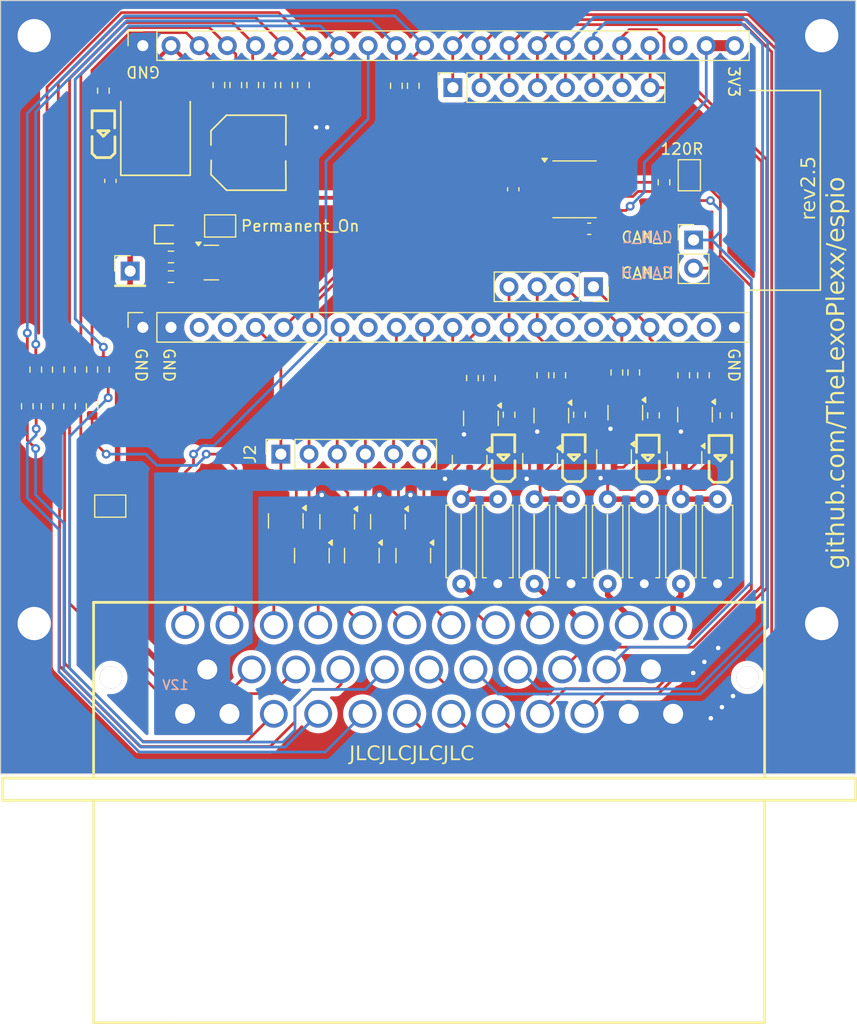
<source format=kicad_pcb>
(kicad_pcb (version 20241229) (generator "pcbnew") (generator_version "9.0")
  (layers (0 "F.Cu" signal) (2 "B.Cu" signal) (13 "F.Paste" user) (15 "B.Paste" user) (5 "F.SilkS" user "F.Silkscreen") (7 "B.SilkS" user "B.Silkscreen") (1 "F.Mask" user) (3 "B.Mask" user) (25 "Edge.Cuts" user))
  (net 0 "")
  (net 1 "+3V3")
  (net 2 "GND")
  (net 3 "+5V")
  (net 4 "CAN_L")
  (net 5 "CAN_H")
  (net 6 "Net-(Q1-C)")
  (net 7 "Net-(Q1-B)")
  (net 8 "+12V")
  (net 9 "Net-(Q3-C)")
  (net 10 "Net-(Q3-B)")
  (net 11 "Net-(Q5-B)")
  (net 12 "Net-(Q5-C)")
  (net 13 "Net-(JP1-B)")
  (net 14 "Net-(Q7-C)")
  (net 15 "Net-(Q7-B)")
  (net 16 "OUT_1")
  (net 17 "CAN_RX")
  (net 18 "CAN_TX")
  (net 19 "Net-(J2-Pin_6)")
  (net 20 "I2C0_SDA")
  (net 21 "I2C0_SCL")
  (net 22 "/SwitchingNode4/SN_IN")
  (net 25 "/SwitchingNode2/SN_IN")
  (net 26 "/SwitchingNode3/SN_IN")
  (net 27 "/SwitchingNode1/SN_IN")
  (net 29 "/Spannungsteiler8/IN_MEAS")
  (net 30 "I_9")
  (net 31 "I_10")
  (net 32 "I_1")
  (net 33 "I_2")
  (net 34 "I_8")
  (net 35 "I_3")
  (net 36 "I_4")
  (net 37 "Net-(D2-A)")
  (net 39 "ABS_INPUT_VR_2")
  (net 40 "ABS_INPUT_HR_2")
  (net 41 "ABS_INPUT_HR_1")
  (net 42 "ABS_INPUT_VL_1")
  (net 43 "ABS_INPUT_HL_2")
  (net 44 "ABS_INPUT_VL_2")
  (net 45 "ABS_INPUT_HL_1")
  (net 46 "ABS_INPUT_VR_1")
  (net 47 "Net-(J2-Pin_5)")
  (net 48 "Net-(J2-Pin_3)")
  (net 49 "Net-(J2-Pin_2)")
  (net 50 "Net-(J2-Pin_1)")
  (net 51 "Net-(J2-Pin_4)")
  (net 53 "/12_12V_OUT")
  (net 54 "/11_12V_OUT")
  (net 55 "/10_12V_OUT")
  (net 56 "/9_12V_OUT")
  (net 57 "/7_PULL_DOWN")
  (net 58 "/6_PULL_DOWN")
  (net 59 "/8_PULL_DOWN")
  (net 60 "/4_PULL_DOWN")
  (net 61 "/3_PULL_DOWN")
  (net 62 "/5_PULL_DOWN")
  (net 63 "unconnected-(U3-19-Pad3)")
  (net 64 "Net-(JP3-B)")
  (net 65 "Net-(Q16-E)")
  (net 66 "/Spannungsteiler7/IN_MEAS")
  (net 67 "/Spannungsteiler6/IN_MEAS")
  (net 68 "/Spannungsteiler3/IN_MEAS")
  (net 69 "/Spannungsteiler1/IN_MEAS")
  (net 70 "/Spannungsteiler2/IN_MEAS")
  (net 71 "/Spannungsteiler5/IN_MEAS")
  (net 72 "/Spannungsteiler4/IN_MEAS")
  (net 73 "Net-(LED1-A)")
  (net 74 "Net-(LED2-A)")
  (net 75 "Net-(LED3-A)")
  (net 76 "Net-(LED4-A)")
  (net 77 "Net-(LED5-A)")
  (net 78 "Net-(Q2-D)")
  (net 79 "Net-(Q4-D)")
  (net 80 "Net-(Q6-D)")
  (net 81 "Net-(Q8-D)")
  (net 82 "I_6")
  (net 83 "unconnected-(U3-20-Pad4)")
  (footprint "Resistor_SMD:R_0603_1608Metric" (layer "F.Cu") (at 128.27 76.454 -90)
    (property "Reference" "R28" (hide yes))
    (property "Value" "750R" (hide yes))
  )
  (footprint "Resistor_SMD:R_0603_1608Metric" (layer "F.Cu") (at 123.698 76.454 -90)
    (property "Reference" "R24" (hide yes))
    (property "Value" "750R" (hide yes))
  )
  (footprint "Resistor_SMD:R_0603_1608Metric" (layer "F.Cu") (at 109.22 105.41 90)
    (property "Reference" "R14" (hide yes))
    (property "Value" "3k" (hide yes))
  )
  (footprint "Package_TO_SOT_SMD:SOT-23" (layer "F.Cu") (at 126.68 115.7455 -90)
    (property "Reference" "Q13" (hide yes))
    (property "Value" "BC817" (hide yes))
  )
  (footprint "Resistor_SMD:R_0603_1608Metric" (layer "F.Cu") (at 166.37 106.235 90)
    (property "Reference" "R13" (hide yes))
    (property "Value" "2k4" (hide yes))
  )
  (footprint "Connector_PinSocket_2.54mm:PinSocket_1x06_P2.54mm_Vertical" (layer "F.Cu") (at 126.238 109.728 90)
    (property "Reference" "J2")
    (property "Value" "Conn_01x07")
  )
  (footprint "lcsc:CONN-TH_35P-P4.00_K776180WR-2" (layer "F.Cu") (at 139.602 129.14)
    (property "Reference" "U6" (hide yes))
    (property "Value" "K776180WR-1" (hide yes))
  )
  (footprint "Package_TO_SOT_SMD:SOT-23" (layer "F.Cu") (at 149.606 110.3145 -90)
    (property "Reference" "Q6" (hide yes))
    (property "Value" "IRLML6402" (hide yes))
  )
  (footprint "Resistor_THT:R_Axial_DIN0207_L6.3mm_D2.5mm_P7.62mm_Horizontal" (layer "F.Cu") (at 159.004 121.412 90)
    (property "Reference" "R5" (hide yes))
    (property "Value" "DNP" (hide yes))
  )
  (footprint "Package_TO_SOT_SMD:SOT-23" (layer "F.Cu") (at 131.318 115.824 -90)
    (property "Reference" "Q15" (hide yes))
    (property "Value" "BC817" (hide yes))
  )
  (footprint "Package_TO_SOT_SMD:SOT-23" (layer "F.Cu") (at 135.89 115.824 -90)
    (property "Reference" "Q9" (hide yes))
    (property "Value" "BC817" (hide yes))
  )
  (footprint "Package_SO:SOIC-8_3.9x4.9mm_P1.27mm" (layer "F.Cu") (at 152.716 85.854)
    (property "Reference" "U1" (hide yes))
    (property "Value" "MCP2562-E-SN" (hide yes))
  )
  (footprint "Resistor_SMD:R_0603_1608Metric" (layer "F.Cu") (at 145.034 102.87 -90)
    (property "Reference" "R20" (hide yes))
    (property "Value" "1k" (hide yes))
  )
  (footprint "Resistor_SMD:R_0603_1608Metric" (layer "F.Cu") (at 136.652 76.517 -90)
    (property "Reference" "R36" (hide yes))
    (property "Value" "750R" (hide yes))
  )
  (footprint "Connector_PinSocket_2.54mm:PinSocket_1x22_P2.54mm_Vertical" (layer "F.Cu") (at 113.792 98.298 90)
    (property "Reference" "U3" (hide yes))
    (property "Value" "~" (hide yes))
  )
  (footprint "Resistor_SMD:R_0603_1608Metric" (layer "F.Cu") (at 110.236 76.962 -90)
    (property "Reference" "R39" (hide yes))
    (property "Value" "470" (hide yes))
  )
  (footprint "Package_TO_SOT_SMD:SOT-23" (layer "F.Cu") (at 133.538 118.872 -90)
    (property "Reference" "Q10" (hide yes))
    (property "Value" "BC817" (hide yes))
  )
  (footprint "Resistor_SMD:R_0603_1608Metric" (layer "F.Cu") (at 126.746 76.454 -90)
    (property "Reference" "R26" (hide yes))
    (property "Value" "750R" (hide yes))
  )
  (footprint "Resistor_SMD:R_0603_1608Metric" (layer "F.Cu") (at 143.51 102.87 90)
    (property "Reference" "R32" (hide yes))
    (property "Value" "10k" (hide yes))
  )
  (footprint "lcsc:SOD-80_L3.5-W1.5-RD" (layer "F.Cu") (at 115.697 89.918)
    (property "Reference" "D2" (hide yes))
    (property "Value" "BZV55C15_C545332" (hide yes))
  )
  (footprint "lcsc:LED0805-R-RD" (layer "F.Cu") (at 110.236 80.772 90)
    (property "Reference" "LED5" (hide yes))
    (property "Value" "0805G (Green)" (hide yes))
  )
  (footprint "Resistor_SMD:R_0603_1608Metric" (layer "F.Cu") (at 138.176 76.517 -90)
    (property "Reference" "R34" (hide yes))
    (property "Value" "750R" (hide yes))
  )
  (footprint "Package_TO_SOT_SMD:SOT-23" (layer "F.Cu") (at 157.292 105.9965 -90)
    (property "Reference" "Q3" (hide yes))
    (property "Value" "BC817" (hide yes))
  )
  (footprint "Resistor_THT:R_Axial_DIN0207_L6.3mm_D2.5mm_P7.62mm_Horizontal" (layer "F.Cu") (at 142.494 121.412 90)
    (property "Reference" "R11" (hide yes))
    (property "Value" "DNP" (hide yes))
  )
  (footprint "Package_TO_SOT_SMD:SOT-23" (layer "F.Cu") (at 156.276 109.982 -90)
    (property "Reference" "Q4" (hide yes))
    (property "Value" "IRLML6402" (hide yes))
  )
  (footprint "Resistor_SMD:R_0603_1608Metric" (layer "F.Cu") (at 122.174 76.454 -90)
    (property "Reference" "R22" (hide yes))
    (property "Value" "750R" (hide yes))
  )
  (footprint "Resistor_SMD:R_0603_1608Metric" (layer "F.Cu") (at 104.14 102.108 90)
    (property "Reference" "R35" (hide yes))
    (property "Value" "3k" (hide yes))
  )
  (footprint "Resistor_SMD:R_0603_1608Metric" (layer "F.Cu") (at 160.779 85.219 -90)
    (property "Reference" "R63" (hide yes))
    (property "Value" "120R" (hide yes))
  )
  (footprint "Resistor_THT:R_Axial_DIN0207_L6.3mm_D2.5mm_P7.62mm_Horizontal" (layer "F.Cu") (at 162.306 121.412 90)
    (property "Reference" "R8" (hide yes))
    (property "Value" "DNP" (hide yes))
  )
  (footprint "Resistor_SMD:R_0603_1608Metric" (layer "F.Cu") (at 116.333 93.728 180)
    (property "Reference" "R3" (hide yes))
    (property "Value" "1k" (hide yes))
  )
  (footprint "Resistor_SMD:R_0603_1608Metric" (layer "F.Cu") (at 116.333 91.95)
    (property "Reference" "R2" (hide yes))
    (property "Value" "4k" (hide yes))
  )
  (footprint "Resistor_SMD:R_0603_1608Metric" (layer "F.Cu") (at 151.384 102.616 -90)
    (property "Reference" "R19" (hide yes))
    (property "Value" "1k" (hide yes))
  )
  (footprint "Connector_PinHeader_2.54mm:PinHeader_1x01_P2.54mm_Vertical" (layer "F.Cu") (at 112.649 93.22)
    (property "Reference" "J4" (hide yes))
    (property "Value" "Conn_01x01" (hide yes))
  )
  (footprint "Connector_PinSocket_2.54mm:PinSocket_1x22_P2.54mm_Vertical" (layer "F.Cu") (at 113.792 72.9 90)
    (property "Reference" "U2" (hide yes))
    (property "Value" "~" (hide yes))
  )
  (footprint "Package_TO_SOT_SMD:SOT-23" (layer "F.Cu") (at 143.256 110.49 -90)
    (property "Reference" "Q8" (hide yes))
    (property "Value" "IRLML6402" (hide yes))
  )
  (footprint "Jumper:SolderJumper-2_P1.3mm_Open_Pad1.0x1.5mm" (layer "F.Cu") (at 110.856 114.412 180)
    (property "Reference" "JP2" (hide yes))
    (property "Value" "VCC_as_Pin_8" (hide yes))
  )
  (footprint "Connector_PinSocket_2.54mm:PinSocket_1x04_P2.54mm_Vertical" (layer "F.Cu") (at 154.422 94.64 -90)
    (property "Reference" "J6" (hide yes))
    (property "Value" "Conn_01x08" (hide yes))
  )
  (footprint "Resistor_THT:R_Axial_DIN0207_L6.3mm_D2.5mm_P7.62mm_Horizontal" (layer "F.Cu") (at 155.702 121.412 90)
    (property "Reference" "R9" (hide yes))
    (property "Value" "DNP" (hide yes))
  )
  (footprint "Resistor_SMD:R_0603_1608Metric" (layer "F.Cu") (at 146.812 106.172 90)
    (property "Reference" "R38" (hide yes))
    (property "Value" "2k4" (hide yes))
  )
  (footprint "Resistor_SMD:R_0603_1608Metric" (layer "F.Cu") (at 162.56 102.616 90)
    (property "Reference" "R29" (hide yes))
    (property "Value" "10k" (hide yes))
  )
  (footprint "Resistor_SMD:R_0603_1608Metric" (layer "F.Cu") (at 107.188 105.41 90)
    (property "Reference" "R23" (hide yes))
    (property "Value" "3k" (hide yes))
  )
  (footprint "Resistor_SMD:R_0603_1608Metric" (layer "F.Cu") (at 158.054 102.362 -90)
    (property "Reference" "R18" (hide yes))
    (property "Value" "1k" (hide yes))
  )
  (footprint "Resistor_SMD:R_0603_1608Metric" (layer "F.Cu") (at 106.172 102.108 90)
    (property "Reference" "R12" (hide yes))
    (property "Value" "3k" (hide yes))
  )
  (footprint "Resistor_THT:R_Axial_DIN0207_L6.3mm_D2.5mm_P7.62mm_Horizontal" (layer "F.Cu") (at 152.4 121.412 90)
    (property "Reference" "R6" (hide yes))
    (property "Value" "DNP" (hide yes))
  )
  (footprint "Package_TO_SOT_SMD:SOT-23" (layer "F.Cu") (at 119.9675 92.458)
    (property "Reference" "Q16" (hide yes))
    (property "Value" "BC817" (hide yes))
  )
  (footprint "Resistor_SMD:R_0603_1608Metric" (layer "F.Cu") (at 159.832 106.235 90)
    (property "Reference" "R16" (hide yes))
    (property "Value" "2k4" (hide yes))
  )
  (footprint "lcsc:LED0805-R-RD" (layer "F.Cu") (at 146.304 109.982 90)
    (property "Reference" "LED4" (hide yes))
    (property "Value" "0805G (Green)" (hide yes))
  )
  (footprint "Jumper:SolderJumper-2_P1.3mm_Open_Pad1.0x1.5mm" (layer "F.Cu") (at 163.065 84.584 90)
    (property "Reference" "JP1" (hide yes))
    (property "Value" "Jumper_2_Open" (hide yes))
  )
  (footprint "Package_TO_SOT_SMD:SOT-23" (layer "F.Cu") (at 144.272 106.5045 -90)
    (property "Reference" "Q7" (hide yes))
    (property "Value" "BC817" (hide yes))
  )
  (footprint "Resistor_SMD:R_0603_1608Metric" (layer "F.Cu") (at 156.53 102.362 90)
    (property "Reference" "R30" (hide yes))
    (property "Value" "10k" (hide yes))
  )
  (footprint "Jumper:SolderJumper-2_P1.3mm_Open_Pad1.0x1.5mm" (layer "F.Cu") (at 120.763 89.156 180)
    (property "Reference" "JP3" (hide yes))
    (property "Value" "Jumper_2_Open" (hide yes))
  )
  (footprint "Capacitor_SMD:C_0603_1608Metric" (layer "F.Cu") (at 110.871 85.092 90)
    (property "Reference" "C4" (hide yes))
    (property "Value" "0.1uF" (hide yes))
  )
  (footprint "lcsc:LED0805-R-RD" (layer "F.Cu") (at 165.862 110.045 90)
    (property "Reference" "LED1" (hide yes))
    (property "Value" "0805G (Green)" (hide yes))
  )
  (footprint "Connector_PinHeader_2.54mm:PinHeader_1x02_P2.54mm_Vertical" (layer "F.Cu") (at 163.449 90.421)
    (property "Reference" "J1" (hide yes))
    (property "Value" "Conn_Dbg_Header" (hide yes))
  )
  (footprint "Resistor_THT:R_Axial_DIN0207_L6.3mm_D2.5mm_P7.62mm_Horizontal" (layer "F.Cu") (at 145.796 121.412 90)
    (property "Reference" "R7" (hide yes))
    (property "Value" "DNP" (hide yes))
  )
  (footprint "Resistor_SMD:R_0603_1608Metric" (layer "F.Cu") (at 103.378 105.41 90)
    (property "Reference" "R33" (hide yes))
    (property "Value" "3k" (hide yes))
  )
  (footprint "Package_TO_SOT_SMD:SOT-23" (layer "F.Cu") (at 150.622 106.2505 -90)
    (property "Reference" "Q5" (hide yes))
    (property "Value" "BC817" (hide yes))
  )
  (footprint "Resistor_SMD:R_0603_1608Metric" (layer "F.Cu") (at 108.204 102.108 90)
    (property "Reference" "R21" (hide yes))
    (property "Value" "3k" (hide yes))
  )
  (footprint "lcsc:LED0805-R-RD" (layer "F.Cu") (at 152.654 109.982 90)
    (property "Reference" "LED3" (hide yes))
    (property "Value" "0805G (Green)" (hide yes))
  )
  (footprint "Resistor_SMD:R_0603_1608Metric" (layer "F.Cu") (at 125.222 76.454 -90)
    (property "Reference" "R17" (hide yes))
    (property "Value" "750R" (hide yes))
  )
  (footprint "Package_TO_SOT_SMD:SOT-23" (layer "F.Cu") (at 163.576 106.172 -90)
    (property "Reference" "Q1" (hide yes))
    (property "Value" "BC817" (hide yes))
  )
  (footprint "Package_TO_SOT_SMD:SOT-23" (layer "F.Cu") (at 138.176 118.872 -90)
    (property "Reference" "Q11" (hide yes))
    (property "Value" "BC817" (hide yes))
  )
  (footprint "Resistor_SMD:R_0603_1608Metric" (layer "F.Cu") (at 164.338 102.616 -90)
    (property "Reference" "R1" (hide yes))
    (property "Value" "1k" (hide yes))
  )
  (footprint "Resistor_SMD:R_0603_1608Metric" (layer "F.Cu") (at 149.86 102.616 90)
    (property "Reference" "R31" (hide yes))
    (property "Value" "10k" (hide yes))
  )
  (footprint "lcsc:PPAK-5_L6.5-W6.1-P1.27-LS10.0-TL" (layer "F.Cu") (at 114.935 82.679 90)
    (property "Reference" "U5" (hide yes))
    (property "Value" "LF50CPT-TR" (hide yes))
  )
  (footprint "Resistor_SMD:R_0603_1608Metric" (layer "F.Cu") (at 153.162 106.172 90)
    (property "Reference" "R37" (hide yes))
    (property "Value" "2k4" (hide yes))
  )
  (footprint "Resistor_SMD:R_0603_1608Metric" (layer "F.Cu") (at 110.236 102.108 90)
    (property "Reference" "R27" (hide yes))
    (property "Value" "3k" (hide yes))
  )
  (footprint "Capacitor_SMD:C_0603_1608Metric" (layer "F.Cu") (at 147.19 85.846 90)
    (property "Reference" "C2" (hide yes))
    (property "Value" "0.1uF")
  )
  (footprint "Package_TO_SOT_SMD:SOT-23" (layer "F.Cu") (at 162.626 110.1575 -90)
    (property "Reference" "Q2" (hide yes))
    (property "Value" "IRLML6402" (hide yes))
  )
  (footprint "Capacitor_SMD:C_0603_1608Metric" (layer "F.Cu") (at 154.038 89.41 180)
    (property "Reference" "C1" (hide yes))
    (property "Value" "0.1uF" (hide yes))
  )
  (footprint "Resistor_THT:R_Axial_DIN0207_L6.3mm_D2.5mm_P7.62mm_Horizontal" (layer "F.Cu") (at 165.608 121.412 90)
    (property "Reference" "R4" (hide yes))
    (property "Value" "DNP" (hide yes))
  )
  (footprint "Package_TO_SOT_SMD:SOT-23" (layer "F.Cu") (at 129.032 118.872 -90)
    (property "Reference" "Q12" (hide yes))
    (property "Value" "BC817" (hide yes))
  )
  (footprint "Resistor_SMD:R_0603_1608Metric" (layer "F.Cu") (at 120.65 76.454 -90)
    (property "Reference" "R15" (hide yes))
    (property "Value" "750R" (hide yes))
  )
  (footprint "Resistor_THT:R_Axial_DIN0207_L6.3mm_D2.5mm_P7.62mm_Horizontal" (layer "F.Cu") (at 149.098 121.412 90)
    (property "Reference" "R10" (hide yes))
    (property "Value" "DNP" (hide yes))
  )
  (footprint "lcsc:LED0805-R-RD" (layer "F.Cu") (at 159.324 110.016 90)
    (property "Reference" "LED2" (hide yes))
    (property "Value" "0805G (Green)" (hide yes))
  )
  (footprint "Resistor_SMD:R_0603_1608Metric" (layer "F.Cu") (at 105.156 105.41 90)
    (property "Reference" "R25" (hide yes))
    (property "Value" "3k" (hide yes))
  )
  (footprint "Connector_PinSocket_2.54mm:PinSocket_1x08_P2.54mm_Vertical" (layer "F.Cu") (at 141.747 76.683 90)
    (property "Reference" "J3" (hide yes))
    (property "Value" "Conn_01x08" (hide yes))
  )
  (footprint "lcsc:CAP-SMD_BD6.3-L6.6-W6.6-FD" (layer "F.Cu") (at 123.317 82.552)
    (property "Reference" "C3" (hide yes))
    (property "Value" "RVT2A2R2M0605_C335981" (hide yes))
  )
  (gr_line (start 155.6766 115.1838) (end 155.6766 120.0202) (stroke (width 0.15)) (layer "F.SilkS"))
  (gr_line (start 142.494 115.1636) (end 142.494 120) (stroke (width 0.15)) (layer "F.SilkS"))
  (gr_line (start 162.306 115.1838) (end 162.306 120.0202) (stroke (width 0.15)) (layer "F.SilkS"))
  (gr_line (start 168.525 94.946) (end 174.875 94.946) (stroke (width 0.15)) (layer "F.SilkS"))
  (gr_line (start 168.525 76.946) (end 174.875 76.946) (stroke (width 0.15)) (layer "F.SilkS"))
  (gr_line (start 174.875 76.946) (end 174.875 94.946) (stroke (width 0.15)) (layer "F.SilkS"))
  (gr_line (start 149.0726 115.1838) (end 149.0726 120.0202) (stroke (width 0.15)) (layer "F.SilkS"))
  (gr_line (start 100.965 138.557) (end 100.965 68.834) (stroke (width 0.1)) (layer "Edge.Cuts"))
  (gr_line (start 100.965 68.834) (end 178.054 68.834) (stroke (width 0.1)) (layer "Edge.Cuts"))
  (gr_line (start 178.054 68.834) (end 178.054 138.557) (stroke (width 0.1)) (layer "Edge.Cuts"))
  (gr_line (start 178.054 138.557) (end 100.965 138.557) (stroke (width 0.1)) (layer "Edge.Cuts"))
  (gr_text "GND" (at 166.497 100.076 270) (layer "F.SilkS") (effects (font (size 1 1)) (justify left bottom)))
  (gr_text "Permanent_On" (at 122.555 89.156 0) (layer "F.SilkS") (effects (font (size 1 1)) (justify left)))
  (gr_text "GND" (at 115.57 100.076 270) (layer "F.SilkS") (effects (font (size 1 1)) (justify left bottom)))
  (gr_text "GND" (at 115.443 74.678 180) (layer "F.SilkS") (effects (font (size 1 1)) (justify left bottom)))
  (gr_text "120R" (at 160.375 82.806 0) (layer "F.SilkS") (effects (font (size 1 1)) (justify left bottom)))
  (gr_text "github.com/TheLexoPlexx/espio" (at 177.292 120.142 90) (layer "F.SilkS") (effects (font (size 1.6 1.6) (thickness 0.2)) (justify left bottom)))
  (gr_text "GND" (at 113.0554 100.076 270) (layer "F.SilkS") (effects (font (size 1 1)) (justify left bottom)))
  (gr_text "JLCJLCJLCJLC" (at 132.402 137.54 0) (layer "F.SilkS") (effects (font (size 1.3 1.3)) (justify left bottom)))
  (gr_text "3V3" (at 166.497 74.676 270) (layer "F.SilkS") (effects (font (size 1 1)) (justify left bottom)))
  (gr_text "rev2.5" (at 174.625 88.648 90) (layer "F.SilkS") (effects (font (size 1.3 1.3)) (justify left bottom)))
  (gr_text "CAN_L\n\nCAN_H" (at 156.845 93.982 0) (layer "F.SilkS") (effects (font (size 1 1)) (justify left bottom)))
  (gr_text "CAN_L\n\nCAN_H" (at 161.671 93.982 0) (layer "B.SilkS") (effects (font (size 1 1)) (justify left bottom mirror)))
  (gr_text "12V" (at 118.002 131.04 0) (layer "B.SilkS") (effects (font (size 0.85 0.85)) (justify left bottom mirror)))
  (segment (start 155.308 87.876) (end 155.191 87.759) (width 0.25) (layer "F.Cu") (net 1))
  (segment (start 155.191 89.032) (end 154.813 89.41) (width 0.25) (layer "F.Cu") (net 1))
  (segment (start 157.35 87.759) (end 155.191 87.759) (width 0.25) (layer "F.Cu") (net 1))
  (segment (start 155.191 87.759) (end 155.191 89.032) (width 0.25) (layer "F.Cu") (net 1))
  (segment (start 157.731 87.378) (end 157.35 87.759) (width 0.25) (layer "F.Cu") (net 1))
  (segment (start 164.592 72.9) (end 167.132 72.9) (width 1) (layer "F.Cu") (net 1))
  (via (at 157.731 87.378) (size 0.8) (drill 0.4) (layers "F.Cu" "B.Cu") (net 1))
  (segment (start 159.001 86.108) (end 159.001 83.444) (width 0.25) (layer "B.Cu") (net 1))
  (segment (start 159.001 83.444) (end 164.592 77.853) (width 0.25) (layer "B.Cu") (net 1))
  (segment (start 157.731 87.378) (end 159.001 86.108) (width 0.25) (layer "B.Cu") (net 1))
  (segment (start 164.592 77.853) (end 164.592 72.9) (width 0.25) (layer "B.Cu") (net 1))
  (segment (start 165.354 131.892) (end 165.354 129.392) (width 0.65) (layer "F.Cu") (net 2))
  (segment (start 147.338 85.219) (end 147.19 85.071) (width 0.25) (layer "F.Cu") (net 2))
  (segment (start 164.211 130.249) (end 163.416653 129.454653) (width 0.65) (layer "F.Cu") (net 2))
  (segment (start 165.354 129.392) (end 164.416653 128.454653) (width 0.65) (layer "F.Cu") (net 2))
  (segment (start 165.002 133.54) (end 164.211 132.749) (width 0.65) (layer "F.Cu") (net 2))
  (segment (start 164.211 132.749) (end 164.211 130.249) (width 0.65) (layer "F.Cu") (net 2))
  (segment (start 166.497 128.035) (end 166.497 131.035) (width 0.65) (layer "F.Cu") (net 2))
  (segment (start 166.002 132.54) (end 165.354 131.892) (width 0.65) (layer "F.Cu") (net 2))
  (segment (start 150.241 85.219) (end 147.338 85.219) (width 0.25) (layer "F.Cu") (net 2))
  (segment (start 147.203 85.219) (end 147.19 85.206) (width 0.25) (layer "F.Cu") (net 2))
  (segment (start 166.497 131.035) (end 167.002 131.54) (width 0.65) (layer "F.Cu") (net 2))
  (segment (start 165.666653 127.204653) (end 166.497 128.035) (width 0.65) (layer "F.Cu") (net 2))
  (via (at 130.413 80.266) (size 0.8) (drill 0.4) (layers "F.Cu" "B.Cu") (net 2))
  (via (at 162.306 107.696) (size 0.8) (drill 0.4) (layers "F.Cu" "B.Cu") (net 2))
  (via (at 165.002 133.54) (size 0.8) (drill 0.4) (layers "F.Cu" "B.Cu") (net 2))
  (via (at 155.956 107.442) (size 0.8) (drill 0.4) (layers "F.Cu" "B.Cu") (net 2))
  (via (at 164.416653 128.454653) (size 0.8) (drill 0.4) (layers "F.Cu" "B.Cu") (net 2))
  (via (at 137.922 113.411) (size 0.8) (drill 0.4) (layers "F.Cu" "B.Cu") (net 2))
  (via (at 165.666653 127.204653) (size 0.8) (drill 0.4) (layers "F.Cu" "B.Cu") (net 2))
  (via (at 104 72) (size 3.2) (drill 3) (layers "F.Cu" "B.Cu") (net 2))
  (via (at 142.748 107.95) (size 0.8) (drill 0.4) (layers "F.Cu" "B.Cu") (net 2))
  (via (at 129.921 113.411) (size 0.8) (drill 0.4) (layers "F.Cu" "B.Cu") (net 2))
  (via (at 166.002 132.54) (size 0.8) (drill 0.4) (layers "F.Cu" "B.Cu") (net 2))
  (via (at 175 72) (size 3.2) (drill 3) (layers "F.Cu" "B.Cu") (net 2))
  (via (at 135.128 113.411) (size 0.8) (drill 0.4) (layers "F.Cu" "B.Cu") (net 2))
  (via (at 167.002 131.54) (size 0.8) (drill 0.4) (layers "F.Cu" "B.Cu") (net 2))
  (via (at 104 125) (size 3.2) (drill 3) (layers "F.Cu" "B.Cu") (net 2))
  (via (at 175 125) (size 3.2) (drill 3) (layers "F.Cu" "B.Cu") (net 2))
  (via (at 129.413 80.266) (size 0.8) (drill 0.4) (layers "F.Cu" "B.Cu") (net 2))
  (via (at 163.416653 129.454653) (size 0.8) (drill 0.4) (layers "F.Cu" "B.Cu") (net 2))
  (via (at 149.352 107.696) (size 0.8) (drill 0.4) (layers "F.Cu" "B.Cu") (net 2))
  (segment (start 118.21 86.129) (end 117.475 86.129) (width 0.35) (layer "F.Cu") (net 3))
  (segment (start 118.999 80.904) (end 120.647 82.552) (width 0.35) (layer "F.Cu") (net 3))
  (segment (start 113.794 75.438) (end 110.935 75.438) (width 0.35) (layer "F.Cu") (net 3))
  (segment (start 120.647 83.692) (end 118.21 86.129) (width 0.35) (layer "F.Cu") (net 3))
  (segment (start 120.647 82.552) (end 120.647 83.692) (width 0.35) (layer "F.Cu") (net 3))
  (segment (start 147.185 86.616) (end 123.571 86.616) (width 0.35) (layer "F.Cu") (net 3))
  (segment (start 120.647 83.692) (end 123.571 86.616) (width 0.35) (layer "F.Cu") (net 3))
  (segment (start 150.241 86.489) (end 147.322 86.489) (width 0.25) (layer "F.Cu") (net 3))
  (segment (start 116.332 72.9) (end 118.999 75.567) (width 0.35) (layer "F.Cu") (net 3))
  (segment (start 116.332 72.9) (end 113.794 75.438) (width 0.35) (layer "F.Cu") (net 3))
  (segment (start 147.322 86.489) (end 147.19 86.621) (width 0.25) (layer "F.Cu") (net 3))
  (segment (start 147.19 86.621) (end 147.185 86.616) (width 0.35) (layer "F.Cu") (net 3))
  (segment (start 110.935 75.438) (end 110.236 76.137) (width 0.35) (layer "F.Cu") (net 3))
  (segment (start 118.999 75.567) (end 118.999 80.904) (width 0.35) (layer "F.Cu") (net 3))
  (segment (start 162.179 86.87) (end 164.97 86.87) (width 0.25) (layer "F.Cu") (net 4))
  (segment (start 160.779 86.044) (end 158.433 86.044) (width 0.25) (layer "F.Cu") (net 4))
  (segment (start 157.988 86.489) (end 155.191 86.489) (width 0.25) (layer "F.Cu") (net 4))
  (segment (start 160.779 86.044) (end 161.353 86.044) (width 0.25) (layer "F.Cu") (net 4))
  (segment (start 158.433 86.044) (end 157.988 86.489) (width 0.25) (layer "F.Cu") (net 4))
  (segment (start 161.353 86.044) (end 162.179 86.87) (width 0.25) (layer "F.Cu") (net 4))
  (segment (start 155.191 86.489) (end 155.318 86.362) (width 0.25) (layer "F.Cu") (net 4))
  (via (at 164.97 86.87) (size 0.8) (drill 0.4) (layers "F.Cu" "B.Cu") (net 4))
  (segment (start 168.656 121.286) (end 168.656 93.98) (width 0.25) (layer "B.Cu") (net 4))
  (segment (start 165.6715 90.9955) (end 165.6715 90.9875) (width 0.25) (layer "B.Cu") (net 4))
  (segment (start 165.105 90.421) (end 165.862 89.664) (width 0.25) (layer "B.Cu") (net 4))
  (segment (start 165.862 87.762) (end 164.97 86.87) (width 0.25) (layer "B.Cu") (net 4))
  (segment (start 165.6715 90.9875) (end 165.105 90.421) (width 0.25) (layer "B.Cu") (net 4))
  (segment (start 157.635 127.127) (end 162.815 127.127) (width 0.25) (layer "B.Cu") (net 4))
  (segment (start 162.815 127.127) (end 168.656 121.286) (width 0.25) (layer "B.Cu") (net 4))
  (segment (start 165.862 89.664) (end 165.862 87.762) (width 0.25) (layer "B.Cu") (net 4))
  (segment (start 168.656 93.98) (end 165.6715 90.9955) (width 0.25) (layer "B.Cu") (net 4))
  (segment (start 165.105 90.421) (end 163.449 90.421) (width 0.25) (layer "B.Cu") (net 4))
  (segment (start 155.667 129.095) (end 157.635 127.127) (width 0.25) (layer "B.Cu") (net 4))
  (segment (start 165.862 89.664) (end 165.862 89.916) (width 0.25) (layer "F.Cu") (net 5))
  (segment (start 164.719 92.966) (end 163.454 92.966) (width 0.25) (layer "F.Cu") (net 5))
  (segment (start 168.656 94.617) (end 165.862 91.823) (width 0.25) (layer "F.Cu") (net 5))
  (segment (start 163.44338 127.127) (end 168.656 121.91438) (width 0.25) (layer "F.Cu") (net 5))
  (segment (start 163.05 85.219) (end 163.065 85.234) (width 0.25) (layer "F.Cu") (net 5))
  (segment (start 168.656 121.91438) (end 168.656 94.617) (width 0.25) (layer "F.Cu") (net 5))
  (segment (start 165.862 91.823) (end 164.719 92.966) (width 0.25) (layer "F.Cu") (net 5))
  (segment (start 155.191 85.219) (end 163.05 85.219) (width 0.25) (layer "F.Cu") (net 5))
  (segment (start 151.667 129.095) (end 153.635 127.127) (width 0.25) (layer "F.Cu") (net 5))
  (segment (start 163.454 92.966) (end 163.449 92.961) (width 0.25) (layer "F.Cu") (net 5))
  (segment (start 165.862 89.664) (end 165.862 86.736695) (width 0.25) (layer "F.Cu") (net 5))
  (segment (start 165.862 89.916) (end 165.862 91.823) (width 0.25) (layer "F.Cu") (net 5))
  (segment (start 165.862 86.736695) (end 164.359305 85.234) (width 0.25) (layer "F.Cu") (net 5))
  (segment (start 164.359305 85.234) (end 163.065 85.234) (width 0.25) (layer "F.Cu") (net 5))
  (segment (start 153.635 127.127) (end 163.44338 127.127) (width 0.25) (layer "F.Cu") (net 5))
  (segment (start 163.576 109.22) (end 163.576 107.1095) (width 0.25) (layer "F.Cu") (net 6))
  (segment (start 163.576 104.457) (end 163.576 107.1095) (width 0.25) (layer "F.Cu") (net 6))
  (segment (start 162.56 103.441) (end 163.576 104.457) (width 0.25) (layer "F.Cu") (net 6))
  (segment (start 163.576 107.1095) (end 163.537 107.0705) (width 0.25) (layer "F.Cu") (net 6))
  (segment (start 164.526 105.2345) (end 164.526 103.629) (width 0.25) (layer "F.Cu") (net 7))
  (segment (start 164.526 103.629) (end 164.338 103.441) (width 0.25) (layer "F.Cu") (net 7))
  (segment (start 156.53 101.537) (end 154.94 103.127) (width 0.25) (layer "F.Cu") (net 8))
  (segment (start 162.56 101.791) (end 162.56 101.854) (width 0.25) (layer "F.Cu") (net 8))
  (segment (start 155.326 111.628) (end 155.326 109.0445) (width 0.25) (layer "F.Cu") (net 8))
  (segment (start 115.508 91.95) (end 115.508 91.761) (width 0.25) (layer "F.Cu") (net 8))
  (segment (start 111.633 85.854) (end 110.884 85.854) (width 0.5) (layer "F.Cu") (net 8))
  (segment (start 114.935 91.188) (end 114.937 91.186) (width 0.25) (layer "F.Cu") (net 8))
  (segment (start 112.649 94.49) (end 111.521 95.618) (width 0.5) (layer "F.Cu") (net 8))
  (segment (start 110.363 95.872) (end 110.363 89.918) (width 0.5) (layer "F.Cu") (net 8))
  (segment (start 112.395 90.172) (end 112.395 86.129) (width 0.5) (layer "F.Cu") (net 8))
  (segment (start 142.306 110.678) (end 142.306 109.5525) (width 0.25) (layer "F.Cu") (net 8))
  (segment (start 113.927 89.918) (end 113.157 89.918) (width 0.25) (layer "F.Cu") (net 8))
  (segment (start 162.56 101.854) (end 161.29 103.124) (width 0.25) (layer "F.Cu") (net 8))
  (segment (start 161.29 108.834) (end 161.676 109.22) (width 0.25) (layer "F.Cu") (net 8))
  (segment (start 141.732 108.9785) (end 142.306 109.5525) (width 0.25) (layer "F.Cu") (net 8))
  (segment (start 111.521 95.618) (end 111.521 97.03) (width 0.5) (layer "F.Cu") (net 8))
  (segment (start 154.94 103.127) (end 154.94 108.6585) (width 0.25) (layer "F.Cu") (net 8))
  (segment (start 110.363 89.918) (end 112.395 87.886) (width 0.5) (layer "F.Cu") (net 8))
  (segment (start 148.336 103.315) (end 149.86 101.791) (width 0.25) (layer "F.Cu") (net 8))
  (segment (start 112.649 90.426) (end 112.395 90.172) (width 0.5) (layer "F.Cu") (net 8))
  (segment (start 161.29 103.124) (end 161.29 108.834) (width 0.25) (layer "F.Cu") (net 8))
  (segment (start 111.521 114.397) (end 111.506 114.412) (width 0.5) (layer "F.Cu") (net 8))
  (segment (start 113.927 90.176) (end 113.927 89.918) (width 0.25) (layer "F.Cu") (net 8))
  (segment (start 161.163 111.887) (end 161.676 111.374) (width 0.25) (layer "F.Cu") (net 8))
  (segment (start 141.732 103.823) (end 141.732 108.9785) (width 0.25) (layer "F.Cu") (net 8))
  (segment (start 141.0335 111.9505) (end 142.306 110.678) (width 0.25) (layer "F.Cu") (net 8))
  (segment (start 111.908 86.129) (end 111.633 85.854) (width 0.5) (layer "F.Cu") (net 8))
  (segment (start 155.067 111.887) (end 155.326 111.628) (width 0.25) (layer "F.Cu") (net 8))
  (segment (start 148.3995 111.9505) (end 148.656 111.694) (width 0.25) (layer "F.Cu") (net 8))
  (segment (start 112.649 93.22) (end 112.649 90.426) (width 0.5) (layer "F.Cu") (net 8))
  (segment (start 161.676 111.374) (end 161.676 109.22) (width 0.25) (layer "F.Cu") (net 8))
  (segment (start 113.157 89.918) (end 112.649 90.426) (width 0.25) (layer "F.Cu") (net 8))
  (segment (start 111.521 97.03) (end 111.521 114.397) (width 0.5) (layer "F.Cu") (net 8))
  (segment (start 143.51 102.045) (end 141.732 103.823) (width 0.25) (layer "F.Cu") (net 8))
  (segment (start 115.508 91.761) (end 114.935 91.188) (width 0.25) (layer "F.Cu") (net 8))
  (segment (start 114.937 91.186) (end 113.927 90.176) (width 0.25) (layer "F.Cu") (net 8))
  (segment (start 148.336 109.057) (end 148.336 103.315) (width 0.25) (layer "F.Cu") (net 8))
  (segment (start 111.506 124.714) (end 115.887 129.095) (width 0.5) (layer "F.Cu") (net 8))
  (segment (start 154.94 108.6585) (end 155.326 109.0445) (width 0.25) (layer "F.Cu") (net 8))
  (segment (start 112.395 86.129) (end 111.908 86.129) (width 0.5) (layer "F.Cu") (net 8))
  (segment (start 148.656 109.377) (end 148.336 109.057) (width 0.25) (layer "F.Cu") (net 8))
  (segment (start 111.506 114.412) (end 111.506 124.714) (width 0.5) (layer "F.Cu") (net 8))
  (segment (start 110.884 85.854) (end 110.871 85.867) (width 0.5) (layer "F.Cu") (net 8))
  (segment (start 111.521 97.03) (end 110.363 95.872) (width 0.5) (layer "F.Cu") (net 8))
  (segment (start 115.887 129.095) (end 119.667 129.095) (width 0.5) (layer "F.Cu") (net 8))
  (segment (start 112.649 93.22) (end 112.649 94.49) (width 0.5) (layer "F.Cu") (net 8))
  (segment (start 148.656 111.694) (end 148.656 109.377) (width 0.25) (layer "F.Cu") (net 8))
  (segment (start 112.395 87.886) (end 112.395 86.129) (width 0.5) (layer "F.Cu") (net 8))
  (via (at 141.0335 111.9505) (size 0.8) (drill 0.4) (layers "F.Cu" "B.Cu") (net 8))
  (via (at 161.163 111.887) (size 0.8) (drill 0.4) (layers "F.Cu" "B.Cu") (net 8))
  (via (at 155.067 111.887) (size 0.8) (drill 0.4) (layers "F.Cu" "B.Cu") (net 8))
  (via (at 148.3995 111.9505) (size 0.8) (drill 0.4) (layers "F.Cu" "B.Cu") (net 8))
  (segment (start 121.667 133.095) (end 121.538 133.095) (width 1.5) (layer "B.Cu") (net 8))
  (segment (start 117.667 133.095) (end 117.796 133.095) (width 1.5) (layer "B.Cu") (net 8))
  (segment (start 156.53 103.187) (end 157.292 103.949) (width 0.25) (layer "F.Cu") (net 9))
  (segment (start 157.226 109.0445) (end 157.226 107) (width 0.25) (layer "F.Cu") (net 9))
  (segment (start 157.292 103.949) (end 157.292 106.934) (width 0.25) (layer "F.Cu") (net 9))
  (segment (start 157.226 107) (end 157.292 106.934) (width 0.25) (layer "F.Cu") (net 9))
  (segment (start 158.242 105.059) (end 158.242 103.375) (width 0.25) (layer "F.Cu") (net 10))
  (segment (start 158.242 103.375) (end 158.054 103.187) (width 0.25) (layer "F.Cu") (net 10))
  (segment (start 151.572 105.313) (end 151.572 103.629) (width 0.25) (layer "F.Cu") (net 11))
  (segment (start 151.572 103.629) (end 151.384 103.441) (width 0.25) (layer "F.Cu") (net 11))
  (segment (start 150.556 109.377) (end 150.556 107.254) (width 0.25) (layer "F.Cu") (net 12))
  (segment (start 150.622 104.203) (end 150.622 107.188) (width 0.25) (layer "F.Cu") (net 12))
  (segment (start 149.86 103.441) (end 150.622 104.203) (width 0.25) (layer "F.Cu") (net 12))
  (segment (start 150.556 107.254) (end 150.622 107.188) (width 0.25) (layer "F.Cu") (net 12))
  (segment (start 163.065 83.934) (end 161.239 83.934) (width 0.25) (layer "F.Cu") (net 13))
  (segment (start 161.239 83.934) (end 160.779 84.394) (width 0.25) (layer "F.Cu") (net 13))
  (segment (start 144.206 109.5525) (end 144.206 107.508) (width 0.25) (layer "F.Cu") (net 14))
  (segment (start 144.206 107.508) (end 144.272 107.442) (width 0.25) (layer "F.Cu") (net 14))
  (segment (start 144.272 104.457) (end 144.272 107.442) (width 0.25) (layer "F.Cu") (net 14))
  (segment (start 143.51 103.695) (end 144.272 104.457) (width 0.25) (layer "F.Cu") (net 14))
  (segment (start 145.222 105.567) (end 145.222 103.883) (width 0.25) (layer "F.Cu") (net 15))
  (segment (start 145.222 103.883) (end 145.034 103.695) (width 0.25) (layer "F.Cu") (net 15))
  (segment (start 118.364 110.617) (end 117.602 111.379) (width 0.25) (layer "F.Cu") (net 16))
  (segment (start 118.364 109.728) (end 118.364 110.617) (width 0.25) (layer "F.Cu") (net 16))
  (segment (start 117.79 124.952) (end 117.602 125.14) (width 0.25) (layer "F.Cu") (net 16))
  (segment (start 117.602 111.379) (end 117.602 125.14) (width 0.25) (layer "F.Cu") (net 16))
  (via (at 118.364 109.728) (size 0.8) (drill 0.4) (layers "F.Cu" "B.Cu") (net 16))
  (segment (start 119.126 108.966) (end 120.215116 108.966) (width 0.25) (layer "B.Cu") (net 16))
  (segment (start 120.215116 108.966) (end 130.302 98.879116) (width 0.25) (layer "B.Cu") (net 16))
  (segment (start 118.364 109.728) (end 119.126 108.966) (width 0.25) (layer "B.Cu") (net 16))
  (segment (start 130.302 98.879116) (end 130.302 83.312) (width 0.25) (layer "B.Cu") (net 16))
  (segment (start 130.302 83.312) (end 134.112 79.502) (width 0.25) (layer "B.Cu") (net 16))
  (segment (start 134.112 79.502) (end 134.112 72.9) (width 0.25) (layer "B.Cu") (net 16))
  (segment (start 147.193 89.41) (end 148.844 87.759) (width 0.25) (layer "F.Cu") (net 17))
  (segment (start 135.38 89.41) (end 147.193 89.41) (width 0.25) (layer "F.Cu") (net 17))
  (segment (start 148.844 87.759) (end 150.241 87.759) (width 0.25) (layer "F.Cu") (net 17))
  (segment (start 126.492 98.298) (end 135.38 89.41) (width 0.25) (layer "F.Cu") (net 17))
  (segment (start 129.032 96.39581) (end 135.50981 89.918) (width 0.25) (layer "F.Cu") (net 18))
  (segment (start 152.019 88.140661) (end 152.019 84.59) (width 0.25) (layer "F.Cu") (net 18))
  (segment (start 151.378 83.949) (end 150.241 83.949) (width 0.25) (layer "F.Cu") (net 18))
  (segment (start 135.50981 89.918) (end 150.241661 89.918) (width 0.25) (layer "F.Cu") (net 18))
  (segment (start 150.241661 89.918) (end 152.019 88.140661) (width 0.25) (layer "F.Cu") (net 18))
  (segment (start 152.019 84.59) (end 151.378 83.949) (width 0.25) (layer "F.Cu") (net 18))
  (segment (start 129.032 98.298) (end 129.032 96.39581) (width 0.25) (layer "F.Cu") (net 18))
  (segment (start 139.126 109.916) (end 138.938 109.728) (width 0.25) (layer "F.Cu") (net 19))
  (segment (start 138.938 109.728) (end 138.938 103.632) (width 0.25) (layer "F.Cu") (net 19))
  (segment (start 139.126 117.9345) (end 139.126 109.916) (width 0.25) (layer "F.Cu") (net 19))
  (segment (start 138.938 103.632) (end 144.272 98.298) (width 0.25) (layer "F.Cu") (net 19))
  (segment (start 146.812 94.65) (end 146.802 94.64) (width 0.25) (layer "F.Cu") (net 22))
  (segment (start 146.812 98.298) (end 146.812 94.65) (width 0.25) (layer "F.Cu") (net 22))
  (segment (start 145.351 102.045) (end 146.812 100.584) (width 0.25) (layer "F.Cu") (net 22))
  (segment (start 145.034 102.045) (end 145.351 102.045) (width 0.25) (layer "F.Cu") (net 22))
  (segment (start 146.812 100.584) (end 146.812 98.298) (width 0.25) (layer "F.Cu") (net 22))
  (segment (start 156.972 99.822) (end 158.054 100.904) (width 0.25) (layer "F.Cu") (net 25))
  (segment (start 155.067 96.393) (end 153.635 96.393) (width 0.25) (layer "F.Cu") (net 25))
  (segment (start 156.972 98.298) (end 156.972 99.822) (width 0.25) (layer "F.Cu") (net 25))
  (segment (start 156.972 98.298) (end 155.067 96.393) (width 0.25) (layer "F.Cu") (net 25))
  (segment (start 153.635 96.393) (end 151.882 94.64) (width 0.25) (layer "F.Cu") (net 25))
  (segment (start 158.054 100.904) (end 158.054 101.537) (width 0.25) (layer "F.Cu") (net 25))
  (segment (start 151.384 101.092) (end 151.384 101.791) (width 0.25) (layer "F.Cu") (net 26))
  (segment (start 149.352 94.65) (end 149.342 94.64) (width 0.25) (layer "F.Cu") (net 26))
  (segment (start 149.352 98.298) (end 149.352 94.65) (width 0.25) (layer "F.Cu") (net 26))
  (segment (start 149.352 99.06) (end 151.384 101.092) (width 0.25) (layer "F.Cu") (net 26))
  (segment (start 149.352 98.298) (end 149.352 99.06) (width 0.25) (layer "F.Cu") (net 26))
  (segment (start 164.338 101.092) (end 163.322 100.076) (width 0.25) (layer "F.Cu") (net 27))
  (segment (start 160.274 100.076) (end 159.512 99.314) (width 0.25) (layer "F.Cu") (net 27))
  (segment (start 164.338 101.791) (end 164.338 101.092) (width 0.25) (layer "F.Cu") (net 27))
  (segment (start 163.322 100.076) (end 160.274 100.076) (width 0.25) (layer "F.Cu") (net 27))
  (segment (start 157.607 96.393) (end 156.175 96.393) (width 0.25) (layer "F.Cu") (net 27))
  (segment (start 156.175 96.393) (end 154.422 94.64) (width 0.25) (layer "F.Cu") (net 27))
  (segment (start 159.512 98.298) (end 157.607 96.393) (width 0.25) (layer "F.Cu") (net 27))
  (segment (start 159.512 99.314) (end 159.512 98.298) (width 0.25) (layer "F.Cu") (net 27))
  (segment (start 118.872 72.9) (end 117.696 71.724) (width 0.25) (layer "F.Cu") (net 29))
  (segment (start 112.616 71.724) (end 109.21 75.13) (width 0.25) (layer "F.Cu") (net 29))
  (segment (start 120.65 75.629) (end 120.65 74.678) (width 0.25) (layer "F.Cu") (net 29))
  (segment (start 109.21 104.575) (end 109.22 104.585) (width 0.25) (layer "F.Cu") (net 29))
  (segment (start 120.65 74.678) (end 118.872 72.9) (width 0.25) (layer "F.Cu") (net 29))
  (segment (start 117.696 71.724) (end 112.616 71.724) (width 0.25) (layer "F.Cu") (net 29))
  (segment (start 109.21 75.13) (end 109.21 104.575) (width 0.25) (layer "F.Cu") (net 29))
  (segment (start 103.378 108.471847) (end 103.378 106.235) (width 0.25) (layer "F.Cu") (net 30))
  (segment (start 104.126153 109.22) (end 103.378 108.471847) (width 0.25) (layer "F.Cu") (net 30))
  (via (at 104.126153 109.22) (size 0.8) (drill 0.4) (layers "F.Cu" "B.Cu") (net 30))
  (segment (start 104.126153 109.22) (end 104.126153 113.397153) (width 0.25) (layer "B.Cu") (net 30))
  (segment (start 113.654 136.133) (end 126.629 136.133) (width 0.25) (layer "B.Cu") (net 30))
  (segment (start 106.68 129.159) (end 113.654 136.133) (width 0.25) (layer "B.Cu") (net 30))
  (segment (start 104.126153 113.397153) (end 106.68 115.951) (width 0.25) (layer "B.Cu") (net 30))
  (segment (start 126.629 136.133) (end 129.667 133.095) (width 0.25) (layer "B.Cu") (net 30))
  (segment (start 106.68 115.951) (end 106.68 129.159) (width 0.25) (layer "B.Cu") (net 30))
  (segment (start 104.179 107.442) (end 104.179 102.972) (width 0.25) (layer "F.Cu") (net 31))
  (segment (start 104.179 102.972) (end 104.14 102.933) (width 0.25) (layer "F.Cu") (net 31))
  (via (at 104.179 107.442) (size 0.8) (drill 0.4) (layers "F.Cu" "B.Cu") (net 31))
  (segment (start 126.81681 136.583) (end 130.244 136.583) (width 0.25) (layer "B.Cu") (net 31))
  (segment (start 133.667 133.16) (end 133.667 133.095) (width 0.25) (layer "B.Cu") (net 31))
  (segment (start 104.179 107.442) (end 104.179 107.998411) (width 0.25) (layer "B.Cu") (net 31))
  (segment (start 103.378 113.665) (end 106.229 116.516) (width 0.25) (layer "B.Cu") (net 31))
  (segment (start 103.378 108.799411) (end 103.378 113.665) (width 0.25) (layer "B.Cu") (net 31))
  (segment (start 106.229 129.34581) (end 113.46719 136.584) (width 0.25) (layer "B.Cu") (net 31))
  (segment (start 113.46719 136.584) (end 126.81581 136.584) (width 0.25) (layer "B.Cu") (net 31))
  (segment (start 104.179 107.998411) (end 103.378 108.799411) (width 0.25) (layer "B.Cu") (net 31))
  (segment (start 130.244 136.583) (end 133.667 133.16) (width 0.25) (layer "B.Cu") (net 31))
  (segment (start 106.229 116.516) (end 106.229 129.34581) (width 0.25) (layer "B.Cu") (net 31))
  (segment (start 126.81581 136.584) (end 126.81681 136.583) (width 0.25) (layer "B.Cu") (net 31))
  (segment (start 108.204 103.187) (end 108.204 108.966) (width 0.25) (layer "F.Cu") (net 32))
  (segment (start 110.744 125.562974) (end 116.048026 130.867) (width 0.25) (layer "F.Cu") (net 32))
  (segment (start 116.048026 130.867) (end 121.895 130.867) (width 0.25) (layer "F.Cu") (net 32))
  (segment (start 110.744 116.84) (end 110.744 125.562974) (width 0.25) (layer "F.Cu") (net 32))
  (segment (start 121.895 130.867) (end 123.667 129.095) (width 0.25) (layer "F.Cu") (net 32))
  (segment (start 110.206 110.968) (end 110.206 114.412) (width 0.25) (layer "F.Cu") (net 32))
  (segment (start 110.206 116.302) (end 110.744 116.84) (width 0.25) (layer "F.Cu") (net 32))
  (segment (start 110.206 114.412) (end 110.206 116.302) (width 0.25) (layer "F.Cu") (net 32))
  (segment (start 108.204 108.966) (end 110.206 110.968) (width 0.25) (layer "F.Cu") (net 32))
  (segment (start 127.667 129.095) (end 125.444 131.318) (width 0.25) (layer "F.Cu") (net 33))
  (segment (start 107.188 123.19) (end 107.188 106.235) (width 0.25) (layer "F.Cu") (net 33))
  (segment (start 125.444 131.318) (end 115.316 131.318) (width 0.25) (layer "F.Cu") (net 33))
  (segment (start 115.316 131.318) (end 107.188 123.19) (width 0.25) (layer "F.Cu") (net 33))
  (segment (start 106.737 128.581) (end 113.792 135.636) (width 0.25) (layer "F.Cu") (net 34))
  (segment (start 106.737 107.499) (end 106.737 128.581) (width 0.25) (layer "F.Cu") (net 34))
  (segment (start 106.172 106.934) (end 106.737 107.499) (width 0.25) (layer "F.Cu") (net 34))
  (segment (start 123.126 135.636) (end 125.667 133.095) (width 0.25) (layer "F.Cu") (net 34))
  (segment (start 106.172 102.933) (end 106.172 106.934) (width 0.25) (layer "F.Cu") (net 34))
  (segment (start 113.792 135.636) (end 123.126 135.636) (width 0.25) (layer "F.Cu") (net 34))
  (segment (start 106.286 107.696) (end 106.286 128.826865) (width 0.25) (layer "F.Cu") (net 35))
  (segment (start 127.508 133.858) (end 127.508 132.461) (width 0.25) (layer "F.Cu") (net 35))
  (segment (start 106.286 128.826865) (end 113.546135 136.087) (width 0.25) (layer "F.Cu") (net 35))
  (segment (start 127.508 132.461) (end 129.029 130.94) (width 0.25) (layer "F.Cu") (net 35))
  (segment (start 129.029 130.94) (end 131.202 130.94) (width 0.25) (layer "F.Cu") (net 35))
  (segment (start 131.667 130.475) (end 131.667 129.095) (width 0.25) (layer "F.Cu") (net 35))
  (segment (start 131.202 130.94) (end 131.667 130.475) (width 0.25) (layer "F.Cu") (net 35))
  (segment (start 105.156 106.235) (end 105.156 106.566) (width 0.25) (layer "F.Cu") (net 35))
  (segment (start 113.546135 136.087) (end 125.279 136.087) (width 0.25) (layer "F.Cu") (net 35))
  (segment (start 105.156 106.566) (end 106.286 107.696) (width 0.25) (layer "F.Cu") (net 35))
  (segment (start 125.279 136.087) (end 127.508 133.858) (width 0.25) (layer "F.Cu") (net 35))
  (segment (start 110.671 103.368) (end 110.236 102.933) (width 0.25) (layer "F.Cu") (net 36))
  (segment (start 110.671 104.648) (end 110.671 103.368) (width 0.25) (layer "F.Cu") (net 36))
  (via (at 110.671 104.648) (size 0.8) (drill 0.4) (layers "F.Cu" "B.Cu") (net 36))
  (segment (start 107.188 129.030604) (end 107.188 108.131) (width 0.25) (layer "B.Cu") (net 36))
  (segment (start 107.188 108.131) (end 110.671 104.648) (width 0.25) (layer "B.Cu") (net 36))
  (segment (start 129.032 130.937) (end 127.508 132.461) (width 0.25) (layer "B.Cu") (net 36))
  (segment (start 135.667 129.095) (end 135.667 129.128) (width 0.25) (layer "B.Cu") (net 36))
  (segment (start 133.858 130.937) (end 129.032 130.937) (width 0.25) (layer "B.Cu") (net 36))
  (segment (start 127.508 134.617604) (end 126.442604 135.683) (width 0.25) (layer "B.Cu") (net 36))
  (segment (start 135.667 129.128) (end 133.858 130.937) (width 0.25) (layer "B.Cu") (net 36))
  (segment (start 126.442604 135.683) (end 113.840396 135.683) (width 0.25) (layer "B.Cu") (net 36))
  (segment (start 127.508 132.461) (end 127.508 134.617604) (width 0.25) (layer "B.Cu") (net 36))
  (segment (start 113.840396 135.683) (end 107.188 129.030604) (width 0.25) (layer "B.Cu") (net 36))
  (segment (start 119.03 90.711) (end 119.03 91.508) (width 0.25) (layer "F.Cu") (net 37))
  (segment (start 118.237 89.918) (end 119.03 90.711) (width 0.25) (layer "F.Cu") (net 37))
  (segment (start 117.467 89.918) (end 118.237 89.918) (width 0.25) (layer "F.Cu") (net 37))
  (segment (start 147.519 135.057) (end 165.928776 135.057) (width 0.25) (layer "F.Cu") (net 39))
  (segment (start 168.02838 71.006) (end 151.246 71.006) (width 0.25) (layer "F.Cu") (net 39))
  (segment (start 170.491 73.46862) (end 168.02838 71.006) (width 0.25) (layer "F.Cu") (net 39))
  (segment (start 149.367 76.683) (end 149.367 72.915) (width 0.25) (layer "F.Cu") (net 39))
  (segment (start 151.246 71.006) (end 149.352 72.9) (width 0.25) (layer "F.Cu") (net 39))
  (segment (start 149.367 72.915) (end 149.352 72.9) (width 0.25) (layer "F.Cu") (net 39))
  (segment (start 170.491 130.494776) (end 170.491 73.46862) (width 0.25) (layer "F.Cu") (net 39))
  (segment (start 145.602 133.14) (end 147.519 135.057) (width 0.25) (layer "F.Cu") (net 39))
  (segment (start 165.928776 135.057) (end 170.491 130.494776) (width 0.25) (layer "F.Cu") (net 39))
  (segment (start 141.732 76.668) (end 141.747 76.683) (width 0.25) (layer "F.Cu") (net 40))
  (segment (start 140.872 136.41) (end 137.602 133.14) (width 0.25) (layer "F.Cu") (net 40))
  (segment (start 171.958 130.941206) (end 166.489206 136.41) (width 0.25) (layer "F.Cu") (net 40))
  (segment (start 144.979 69.653) (end 168.58881 69.653) (width 0.25) (layer "F.Cu") (net 40))
  (segment (start 141.732 72.9) (end 141.732 76.668) (width 0.25) (layer "F.Cu") (net 40))
  (segment (start 171.958 73.02219) (end 171.958 130.941206) (width 0.25) (layer "F.Cu") (net 40))
  (segment (start 166.489206 136.41) (end 140.872 136.41) (width 0.25) (layer "F.Cu") (net 40))
  (segment (start 168.58881 69.653) (end 171.958 73.02219) (width 0.25) (layer "F.Cu") (net 40))
  (segment (start 141.732 72.9) (end 144.979 69.653) (width 0.25) (layer "F.Cu") (net 40))
  (segment (start 137.667 133.095) (end 137.667 133.097) (width 0.25) (layer "B.Cu") (net 40))
  (segment (start 168.402 70.104) (end 147.068 70.104) (width 0.25) (layer "F.Cu") (net 41))
  (segment (start 171.45 73.152) (end 168.402 70.104) (width 0.25) (layer "F.Cu") (net 41))
  (segment (start 144.287 76.683) (end 144.287 72.915) (width 0.25) (layer "F.Cu") (net 41))
  (segment (start 171.45 130.811396) (end 171.45 73.152) (width 0.25) (layer "F.Cu") (net 41))
  (segment (start 144.287 72.915) (end 144.272 72.9) (width 0.25) (layer "F.Cu") (net 41))
  (segment (start 166.302396 135.959) (end 171.45 130.811396) (width 0.25) (layer "F.Cu") (net 41))
  (segment (start 147.068 70.104) (end 144.272 72.9) (width 0.25) (layer "F.Cu") (net 41))
  (segment (start 144.531 135.959) (end 166.302396 135.959) (width 0.25) (layer "F.Cu") (net 41))
  (segment (start 141.667 133.095) (end 144.531 135.959) (width 0.25) (layer "F.Cu") (net 41))
  (segment (start 160.103801 130.867) (end 161.44219 129.528611) (width 0.25) (layer "F.Cu") (net 42))
  (segment (start 159.527 76.683) (end 159.527 72.915) (width 0.25) (layer "F.Cu") (net 42))
  (segment (start 161.679579 129.528611) (end 169.589 121.61919) (width 0.25) (layer "F.Cu") (net 42))
  (segment (start 161.44219 129.528611) (end 161.679579 129.528611) (width 0.25) (layer "F.Cu") (net 42))
  (segment (start 155.25619 130.868) (end 155.25719 130.867) (width 0.25) (layer "F.Cu") (net 42))
  (segment (start 159.527 72.915) (end 159.512 72.9) (width 0.25) (layer "F.Cu") (net 42))
  (segment (start 162.91319 76.683) (end 159.527 76.683) (width 0.25) (layer "F.Cu") (net 42))
  (segment (start 149.667 133.095) (end 151.894 130.868) (width 0.25) (layer "F.Cu") (net 42))
  (segment (start 169.589 121.61919) (end 169.589 83.35881) (width 0.25) (layer "F.Cu") (net 42))
  (segment (start 169.589 83.35881) (end 162.91319 76.683) (width 0.25) (layer "F.Cu") (net 42))
  (segment (start 155.25719 130.867) (end 160.103801 130.867) (width 0.25) (layer "F.Cu") (net 42))
  (segment (start 151.894 130.868) (end 155.25619 130.868) (width 0.25) (layer "F.Cu") (net 42))
  (segment (start 143.51 132.207) (end 141.986 130.683) (width 0.25) (layer "F.Cu") (net 43))
  (segment (start 141.255 130.683) (end 139.667 129.095) (width 0.25) (layer "F.Cu") (net 43))
  (segment (start 145.033 135.508) (end 143.51 133.985) (width 0.25) (layer "F.Cu") (net 43))
  (segment (start 146.812 72.9) (end 149.157 70.555) (width 0.25) (layer "F.Cu") (net 43))
  (segment (start 166.115586 135.508) (end 145.033 135.508) (width 0.25) (layer "F.Cu") (net 43))
  (segment (start 168.21519 70.555) (end 170.942 73.28181) (width 0.25) (layer "F.Cu") (net 43))
  (segment (start 146.812 72.9) (end 146.812 76.668) (width 0.25) (layer "F.Cu") (net 43))
  (segment (start 143.51 133.985) (end 143.51 132.207) (width 0.25) (layer "F.Cu") (net 43))
  (segment (start 170.942 130.681586) (end 166.115586 135.508) (width 0.25) (layer "F.Cu") (net 43))
  (segment (start 170.942 73.28181) (end 170.942 130.681586) (width 0.25) (layer "F.Cu") (net 43))
  (segment (start 149.157 70.555) (end 168.21519 70.555) (width 0.25) (layer "F.Cu") (net 43))
  (segment (start 141.986 130.683) (end 141.255 130.683) (width 0.25) (layer "F.Cu") (net 43))
  (segment (start 146.812 76.668) (end 146.827 76.683) (width 0.25) (layer "F.Cu") (net 43))
  (segment (start 160.782 72.136) (end 160.782 73.914) (width 0.25) (layer "F.Cu") (net 44))
  (segment (start 156.972 72.9) (end 156.972 76.668) (width 0.25) (layer "F.Cu") (net 44))
  (segment (start 156.972 72.9) (end 156.972 72.136) (width 0.25) (layer "F.Cu") (net 44))
  (segment (start 160.103 71.457) (end 160.782 72.136) (width 0.25) (layer "F.Cu") (net 44))
  (segment (start 157.651 71.457) (end 160.103 71.457) (width 0.25) (layer "F.Cu") (net 44))
  (segment (start 156.972 76.668) (end 156.987 76.683) (width 0.25) (layer "F.Cu") (net 44))
  (segment (start 161.629 129.979611) (end 160.290611 131.318) (width 0.25) (layer "F.Cu") (net 44))
  (segment (start 160.782 73.914) (end 170.04 83.172) (width 0.25) (layer "F.Cu") (net 44))
  (segment (start 161.866389 129.979611) (end 161.629 129.979611) (width 0.25) (layer "F.Cu") (net 44))
  (segment (start 160.290611 131.318) (end 155.444 131.318) (width 0.25) (layer "F.Cu") (net 44))
  (segment (start 170.04 83.172) (end 170.04 121.806) (width 0.25) (layer "F.Cu") (net 44))
  (segment (start 156.972 72.136) (end 157.651 71.457) (width 0.25) (layer "F.Cu") (net 44))
  (segment (start 155.444 131.318) (end 153.667 133.095) (width 0.25) (layer "F.Cu") (net 44))
  (segment (start 170.04 121.806) (end 161.866389 129.979611) (width 0.25) (layer "F.Cu") (net 44))
  (segment (start 151.892 76.668) (end 151.907 76.683) (width 0.25) (layer "F.Cu") (net 45))
  (segment (start 151.892 72.9) (end 151.892 76.668) (width 0.25) (layer "F.Cu") (net 45))
  (segment (start 151.892 72.9) (end 154.434 70.358) (width 0.25) (layer "B.Cu") (net 45))
  (segment (start 145.814234 131.352234) (end 143.602 129.14) (width 0.25) (layer "B.Cu") (net 45))
  (segment (start 170.123 125.294198) (end 164.064964 131.352234) (width 0.25) (layer "B.Cu") (net 45))
  (segment (start 170.123 72.587) (end 170.123 125.294198) (width 0.25) (layer "B.Cu") (net 45))
  (segment (start 154.434 70.358) (end 167.894 70.358) (width 0.25) (layer "B.Cu") (net 45))
  (segment (start 164.064964 131.352234) (end 145.814234 131.352234) (width 0.25) (layer "B.Cu") (net 45))
  (segment (start 167.894 70.358) (end 170.123 72.587) (width 0.25) (layer "B.Cu") (net 45))
  (segment (start 154.447 72.915) (end 154.432 72.9) (width 0.25) (layer "F.Cu") (net 46))
  (segment (start 154.447 76.683) (end 154.447 72.915) (width 0.25) (layer "F.Cu") (net 46))
  (segment (start 163.760167 130.901234) (end 169.672 124.989401) (width 0.25) (layer "B.Cu") (net 46))
  (segment (start 167.70719 70.809) (end 155.505 70.809) (width 0.25) (layer "B.Cu") (net 46))
  (segment (start 169.672 124.989401) (end 169.672 72.77381) (width 0.25) (layer "B.Cu") (net 46))
  (segment (start 169.672 72.77381) (end 167.70719 70.809) (width 0.25) (layer "B.Cu") (net 46))
  (segment (start 155.505 70.809) (end 154.432 71.882) (width 0.25) (layer "B.Cu") (net 46))
  (segment (start 149.473234 130.901234) (end 163.760167 130.901234) (width 0.25) (layer "B.Cu") (net 46))
  (segment (start 147.667 129.095) (end 149.473234 130.901234) (width 0.25) (layer "B.Cu") (net 46))
  (segment (start 154.432 71.882) (end 154.432 72.9) (width 0.25) (layer "B.Cu") (net 46))
  (segment (start 141.732 98.298) (end 141.732 100.20019) (width 0.25) (layer "F.Cu") (net 47))
  (segment (start 141.732 100.20019) (end 136.398 105.53419) (width 0.25) (layer "F.Cu") (net 47))
  (segment (start 136.398 105.53419) (end 136.398 109.728) (width 0.25) (layer "F.Cu") (net 47))
  (segment (start 136.398 111.506) (end 136.84 111.948) (width 0.25) (layer "F.Cu") (net 47))
  (segment (start 136.84 114.8865) (end 136.84 111.948) (width 0.25) (layer "F.Cu") (net 47))
  (segment (start 136.398 109.728) (end 136.398 111.506) (width 0.25) (layer "F.Cu") (net 47))
  (segment (start 131.318 112.268) (end 131.318 109.728) (width 0.25) (layer "F.Cu") (net 48))
  (segment (start 132.268 114.8865) (end 132.268 113.218) (width 0.25) (layer "F.Cu") (net 48))
  (segment (start 136.652 98.298) (end 136.652 100.838) (width 0.25) (layer "F.Cu") (net 48))
  (segment (start 132.268 113.218) (end 131.318 112.268) (width 0.25) (layer "F.Cu") (net 48))
  (segment (start 136.652 100.838) (end 131.318 106.172) (width 0.25) (layer "F.Cu") (net 48))
  (segment (start 131.318 106.172) (end 131.318 109.728) (width 0.25) (layer "F.Cu") (net 48))
  (segment (start 128.778 109.728) (end 128.778 107.188) (width 0.25) (layer "F.Cu") (net 49))
  (segment (start 131.572 104.394) (end 131.572 98.298) (width 0.25) (layer "F.Cu") (net 49))
  (segment (start 128.778 107.188) (end 131.572 104.394) (width 0.25) (layer "F.Cu") (net 49))
  (segment (start 129.982 117.9345) (end 128.778 116.7305) (width 0.25) (layer "F.Cu") (net 49))
  (segment (start 131.697 98.298) (end 131.572 98.298) (width 0.25) (layer "F.Cu") (net 49))
  (segment (start 128.778 109.728) (end 128.778 116.7305) (width 0.25) (layer "F.Cu") (net 49))
  (segment (start 131.572 98.298) (end 131.727 98.298) (width 0.25) (layer "F.Cu") (net 49))
  (segment (start 126.238 100.584) (end 123.952 98.298) (width 0.25) (layer "F.Cu") (net 50))
  (segment (start 126.238 111.506) (end 127.63 112.898) (width 0.25) (layer "F.Cu") (net 50))
  (segment (start 126.238 109.728) (end 126.238 111.506) (width 0.25) (layer "F.Cu") (net 50))
  (segment (start 126.238 109.728) (end 126.238 100.584) (width 0.25) (layer "F.Cu") (net 50))
  (segment (start 127.63 114.808) (end 127.63 112.898) (width 0.25) (layer "F.Cu") (net 50))
  (segment (start 139.192 100.076) (end 139.192 98.298) (width 0.25) (layer "F.Cu") (net 51))
  (segment (start 133.858 117.3045) (end 133.858 109.728) (width 0.25) (layer "F.Cu") (net 51))
  (segment (start 133.858 105.41) (end 139.192 100.076) (width 0.25) (layer "F.Cu") (net 51))
  (segment (start 133.858 109.728) (end 133.858 105.41) (width 0.25) (layer "F.Cu") (net 51))
  (segment (start 134.488 117.9345) (end 133.858 117.3045) (width 0.25) (layer "F.Cu") (net 51))
  (segment (start 161.602 123.19) (end 161.602 125.14) (width 0.5) (layer "F.Cu") (net 53))
  (segment (start 162.306 121.412) (end 162.306 122.486) (width 0.5) (layer "F.Cu") (net 53))
  (segment (start 162.306 122.486) (end 161.602 123.19) (width 0.5) (layer "F.Cu") (net 53))
  (segment (start 155.702 122.428) (end 155.702 121.412) (width 0.5) (layer "F.Cu") (net 54))
  (segment (start 157.602 125.14) (end 157.602 124.328) (width 0.8) (layer "F.Cu") (net 54))
  (segment (start 157.602 124.328) (end 155.702 122.428) (width 0.5) (layer "F.Cu") (net 54))
  (segment (start 153.602 125.14) (end 151.518 123.056) (width 0.5) (layer "F.Cu") (net 55))
  (segment (start 150.742 123.056) (end 149.098 121.412) (width 0.5) (layer "F.Cu") (net 55))
  (segment (start 151.518 123.056) (end 150.742 123.056) (width 0.5) (layer "F.Cu") (net 55))
  (segment (start 144.018 122.936) (end 142.494 121.412) (width 0.5) (layer "F.Cu") (net 56))
  (segment (start 149.602 125.14) (end 147.398 122.936) (width 0.5) (layer "F.Cu") (net 56))
  (segment (start 147.398 122.936) (end 144.018 122.936) (width 0.5) (layer "F.Cu") (net 56))
  (segment (start 135.89 116.7615) (end 135.89 119.428) (width 0.25) (layer "F.Cu") (net 57))
  (segment (start 141.602 125.14) (end 138.382 121.92) (width 0.25) (layer "F.Cu") (net 57))
  (segment (start 135.89 119.428) (end 138.382 121.92) (width 0.25) (layer "F.Cu") (net 57))
  (segment (start 133.538 119.8095) (end 133.538 121.076) (width 0.25) (layer "F.Cu") (net 58))
  (segment (start 133.538 121.076) (end 137.602 125.14) (width 0.25) (layer "F.Cu") (net 58))
  (segment (start 137.668 125.074) (end 137.602 125.14) (width 0.25) (layer "F.Cu") (net 58))
  (segment (start 145.602 125.14) (end 144.952 125.14) (width 0.25) (layer "F.Cu") (net 59))
  (segment (start 142.886683 123.074683) (end 140.249683 123.074683) (width 0.25) (layer "F.Cu") (net 59))
  (segment (start 138.176 121.001) (end 138.176 119.8095) (width 0.25) (layer "F.Cu") (net 59))
  (segment (start 144.952 125.14) (end 142.886683 123.074683) (width 0.25) (layer "F.Cu") (net 59))
  (segment (start 140.249683 123.074683) (end 138.176 121.001) (width 0.25) (layer "F.Cu") (net 59))
  (segment (start 129.602 125.14) (end 129.602 121.982) (width 0.25) (layer "F.Cu") (net 60))
  (segment (start 129.032 121.412) (end 129.032 119.8095) (width 0.25) (layer "F.Cu") (net 60))
  (segment (start 129.602 121.982) (end 129.032 121.412) (width 0.25) (layer "F.Cu") (net 60))
  (segment (start 126.68 116.683) (end 126.68 121.224) (width 0.25) (layer "F.Cu") (net 61))
  (segment (start 125.602 122.302) (end 125.602 125.14) (width 0.25) (layer "F.Cu") (net 61))
  (segment (start 126.68 121.224) (end 125.602 122.302) (width 0.25) (layer "F.Cu") (net 61))
  (segment (start 125.542 125.08) (end 125.602 125.14) (width 0.25) (layer "F.Cu") (net 61))
  (segment (start 131.318 122.856) (end 133.602 125.14) (width 0.25) (layer "F.Cu") (net 62))
  (segment (start 133.604 125.138) (end 133.602 125.14) (width 0.25) (layer "F.Cu") (net 62))
  (segment (start 131.318 116.7615) (end 131.318 122.856) (width 0.25) (layer "F.Cu") (net 62))
  (segment (start 118.613 98.557) (end 118.872 98.298) (width 0.25) (layer "F.Cu") (net 63))
  (segment (start 117.158 91.95) (end 115.697 90.489) (width 0.25) (layer "F.Cu") (net 64))
  (segment (start 115.697 90.489) (end 115.697 89.41) (width 0.25) (layer "F.Cu") (net 64))
  (segment (start 115.697 89.41) (end 114.935 88.648) (width 0.25) (layer "F.Cu") (net 64))
  (segment (start 114.935 88.648) (end 114.173 88.648) (width 0.25) (layer "F.Cu") (net 64))
  (segment (start 120.905 91.188) (end 120.113 90.396) (width 0.25) (layer "F.Cu") (net 64))
  (segment (start 120.113 90.396) (end 120.113 89.156) (width 0.25) (layer "F.Cu") (net 64))
  (segment (start 114.173 88.648) (end 113.665 88.14) (width 0.25) (layer "F.Cu") (net 64))
  (segment (start 117.158 91.95) (end 117.666 92.458) (width 0.25) (layer "F.Cu") (net 64))
  (segment (start 117.666 92.458) (end 120.905 92.458) (width 0.25) (layer "F.Cu") (net 64))
  (segment (start 113.665 88.14) (end 113.665 86.129) (width 0.25) (layer "F.Cu") (net 64))
  (segment (start 120.905 92.458) (end 120.905 91.188) (width 0.25) (layer "F.Cu") (net 64))
  (segment (start 119.03 93.408) (end 117.478 93.408) (width 0.25) (layer "F.Cu") (net 65))
  (segment (start 117.478 93.408) (end 117.158 93.728) (width 0.25) (layer "F.Cu") (net 65))
  (segment (start 104.14 101.283) (end 104.14 99.822) (width 0.25) (layer "F.Cu") (net 66))
  (segment (start 136.652 75.692) (end 136.652 72.9) (width 0.25) (layer "F.Cu") (net 66))
  (via (at 104.14 99.822) (size 0.8) (drill 0.4) (layers "F.Cu" "B.Cu") (net 66))
  (segment (start 104.14 78.86419) (end 112.33519 70.669) (width 0.25) (layer "B.Cu") (net 66))
  (segment (start 134.421 70.669) (end 136.652 72.9) (width 0.25) (layer "B.Cu") (net 66))
  (segment (start 104.14 99.822) (end 104.14 78.86419) (width 0.25) (layer "B.Cu") (net 66))
  (segment (start 112.33519 70.669) (end 134.421 70.669) (width 0.25) (layer "B.Cu") (net 66))
  (segment (start 103.339 100.859582) (end 103.339 101.706418) (width 0.25) (layer "F.Cu") (net 67))
  (segment (start 138.176 73.916) (end 138.176 75.692) (width 0.25) (layer "F.Cu") (net 67))
  (segment (start 103.339 101.706418) (end 103.378 101.745418) (width 0.25) (layer "F.Cu") (net 67))
  (segment (start 103.339 103.356418) (end 103.378 103.395418) (width 0.25) (layer "F.Cu") (net 67))
  (segment (start 103.378 98.806) (end 103.378 100.820582) (width 0.25) (layer "F.Cu") (net 67))
  (segment (start 103.339 102.509582) (end 103.339 103.356418) (width 0.25) (layer "F.Cu") (net 67))
  (segment (start 103.378 100.820582) (end 103.339 100.859582) (width 0.25) (layer "F.Cu") (net 67))
  (segment (start 103.378 102.470582) (end 103.339 102.509582) (width 0.25) (layer "F.Cu") (net 67))
  (segment (start 103.378 103.395418) (end 103.378 104.585) (width 0.25) (layer "F.Cu") (net 67))
  (segment (start 139.192 72.9) (end 138.176 73.916) (width 0.25) (layer "F.Cu") (net 67))
  (segment (start 103.378 101.745418) (end 103.378 102.470582) (width 0.25) (layer "F.Cu") (net 67))
  (via (at 103.378 98.806) (size 0.8) (drill 0.4) (layers "F.Cu" "B.Cu") (net 67))
  (segment (start 103.378 78.98838) (end 112.14838 70.218) (width 0.25) (layer "B.Cu") (net 67))
  (segment (start 112.14838 70.218) (end 136.51 70.218) (width 0.25) (layer "B.Cu") (net 67))
  (segment (start 136.51 70.218) (end 139.192 72.9) (width 0.25) (layer "B.Cu") (net 67))
  (segment (start 103.378 98.806) (end 103.378 78.98838) (width 0.25) (layer "B.Cu") (net 67))
  (segment (start 107.188 104.585) (end 107.188 75.87638) (width 0.25) (layer "F.Cu") (net 68))
  (segment (start 112.24238 70.822) (end 121.874 70.822) (width 0.25) (layer "F.Cu") (net 68))
  (segment (start 107.188 75.87638) (end 112.24238 70.822) (width 0.25) (layer "F.Cu") (net 68))
  (segment (start 123.698 73.154) (end 123.952 72.9) (width 0.25) (layer "F.Cu") (net 68))
  (segment (start 123.698 75.629) (end 123.698 73.154) (width 0.25) (layer "F.Cu") (net 68))
  (segment (start 121.874 70.822) (end 123.952 72.9) (width 0.25) (layer "F.Cu") (net 68))
  (segment (start 108.204 75.49819) (end 112.42919 71.273) (width 0.25) (layer "F.Cu") (net 69))
  (segment (start 119.785 71.273) (end 121.412 72.9) (width 0.25) (layer "F.Cu") (net 69))
  (segment (start 122.174 73.662) (end 121.412 72.9) (width 0.25) (layer "F.Cu") (net 69))
  (segment (start 112.42919 71.273) (end 119.785 71.273) (width 0.25) (layer "F.Cu") (net 69))
  (segment (start 122.174 75.629) (end 122.174 73.662) (width 0.25) (layer "F.Cu") (net 69))
  (segment (start 108.204 101.283) (end 108.204 75.49819) (width 0.25) (layer "F.Cu") (net 69))
  (segment (start 126.492 72.9) (end 123.963 70.371) (width 0.25) (layer "F.Cu") (net 70))
  (segment (start 112.05557 70.371) (end 106.172 76.25457) (width 0.25) (layer "F.Cu") (net 70))
  (segment (start 125.222 75.629) (end 125.222 74.17) (width 0.25) (layer "F.Cu") (net 70))
  (segment (start 125.222 74.17) (end 126.492 72.9) (width 0.25) (layer "F.Cu") (net 70))
  (segment (start 106.172 76.25457) (end 106.172 101.283) (width 0.25) (layer "F.Cu") (net 70))
  (segment (start 123.963 70.371) (end 112.05557 70.371) (width 0.25) (layer "F.Cu") (net 70))
  (segment (start 110.236 101.283) (end 110.236 100.076) (width 0.25) (layer "F.Cu") (net 71))
  (segment (start 128.843 75.629) (end 131.572 72.9) (width 0.25) (layer "F.Cu") (net 71))
  (segment (start 128.27 75.629) (end 128.843 75.629) (width 0.25) (layer "F.Cu") (net 71))
  (via (at 110.236 100.076) (size 0.8) (drill 0.4) (layers "F.Cu" "B.Cu") (net 71))
  (segment (start 107.696 97.536) (end 107.696 75.946) (width 0.25) (layer "B.Cu") (net 71))
  (segment (start 129.792 71.12) (end 131.572 72.9) (width 0.25) (layer "B.Cu") (net 71))
  (segment (start 107.696 75.946) (end 112.522 71.12) (width 0.25) (layer "B.Cu") (net 71))
  (segment (start 112.522 71.12) (end 129.792 71.12) (width 0.25) (layer "B.Cu") (net 71))
  (segment (start 110.236 100.076) (end 107.696 97.536) (width 0.25) (layer "B.Cu") (net 71))
  (segment (start 126.746 75.629) (end 126.746 75.186) (width 0.25) (layer "F.Cu") (net 72))
  (segment (start 111.86876 69.92) (end 105.62638 76.16238) (width 0.25) (layer "F.Cu") (net 72))
  (segment (start 105.156 104.585) (end 105.156 76.63276) (width 0.25) (layer "F.Cu") (net 72))
  (segment (start 126.746 75.186) (end 129.032 72.9) (width 0.25) (layer "F.Cu") (net 72))
  (segment (start 126.052 69.92) (end 111.86876 69.92) (width 0.25) (layer "F.Cu") (net 72))
  (segment (start 129.032 72.9) (end 126.052 69.92) (width 0.25) (layer "F.Cu") (net 72))
  (segment (start 105.156 76.63276) (end 105.62638 76.16238) (width 0.25) (layer "F.Cu") (net 72))
  (segment (start 165.862 107.568) (end 166.37 107.06) (width 0.25) (layer "F.Cu") (net 73))
  (segment (start 165.862 108.995) (end 165.862 107.568) (width 0.25) (layer "F.Cu") (net 73))
  (segment (start 159.324 107.568) (end 159.832 107.06) (width 0.25) (layer "F.Cu") (net 74))
  (segment (start 159.324 108.966) (end 159.324 107.568) (width 0.25) (layer "F.Cu") (net 74))
  (segment (start 153.162 106.997) (end 153.162 108.424) (width 0.25) (layer "F.Cu") (net 75))
  (segment (start 153.162 108.424) (end 152.654 108.932) (width 0.25) (layer "F.Cu") (net 75))
  (segment (start 146.304 107.505) (end 146.812 106.997) (width 0.25) (layer "F.Cu") (net 76))
  (segment (start 146.304 108.932) (end 146.304 107.505) (width 0.25) (layer "F.Cu") (net 76))
  (segment (start 110.236 79.722) (end 110.236 77.787) (width 0.25) (layer "F.Cu") (net 77))
  (segment (start 163.115822 111.095) (end 164.338 109.872822) (width 0.25) (layer "F.Cu") (net 78))
  (segment (start 164.338 109.872822) (end 164.338 107.442) (width 0.25) (layer "F.Cu") (net 78))
  (segment (start 162.306 112.522) (end 162.306 113.792) (width 0.25) (layer "F.Cu") (net 78))
  (segment (start 162.626 111.095) (end 163.115822 111.095) (width 0.25) (layer "F.Cu") (net 78))
  (segment (start 165.608 113.792) (end 162.306 113.792) (width 0.5) (layer "F.Cu") (net 78))
  (segment (start 164.338 107.442) (end 166.37 105.41) (width 0.25) (layer "F.Cu") (net 78))
  (segment (start 162.626 112.202) (end 162.306 112.522) (width 0.25) (layer "F.Cu") (net 78))
  (segment (start 162.626 111.095) (end 162.626 112.202) (width 0.25) (layer "F.Cu") (net 78))
  (segment (start 159.004 113.792) (end 155.702 113.792) (width 0.5) (layer "F.Cu") (net 79))
  (segment (start 157.1165 110.9195) (end 158.054 109.982) (width 0.25) (layer "F.Cu") (net 79))
  (segment (start 155.702 112.522) (end 155.702 113.792) (width 0.25) (layer "F.Cu") (net 79))
  (segment (start 156.276 110.9195) (end 156.276 111.948) (width 0.25) (layer "F.Cu") (net 79))
  (segment (start 156.276 111.948) (end 155.702 112.522) (width 0.25) (layer "F.Cu") (net 79))
  (segment (start 158.054 109.982) (end 158.054 107.188) (width 0.25) (layer "F.Cu") (net 79))
  (segment (start 158.054 107.188) (end 159.832 105.41) (width 0.25) (layer "F.Cu") (net 79))
  (segment (start 156.276 110.9195) (end 157.1165 110.9195) (width 0.25) (layer "F.Cu") (net 79))
  (segment (start 151.248 110.099822) (end 151.248 107.261) (width 0.25) (layer "F.Cu") (net 80))
  (segment (start 149.098 113.792) (end 152.4 113.792) (width 0.5) (layer "F.Cu") (net 80))
  (segment (start 149.606 111.252) (end 149.606 113.284) (width 0.25) (layer "F.Cu") (net 80))
  (segment (start 151.248 107.261) (end 153.162 105.347) (width 0.25) (layer "F.Cu") (net 80))
  (segment (start 149.606 113.284) (end 149.098 113.792) (width 0.25) (layer "F.Cu") (net 80))
  (segment (start 149.606 111.252) (end 150.095822 111.252) (width 0.25) (layer "F.Cu") (net 80))
  (segment (start 150.095822 111.252) (end 151.248 110.099822) (width 0.25) (layer "F.Cu") (net 80))
  (segment (start 143.256 113.03) (end 142.494 113.792) (width 0.25) (layer "F.Cu") (net 81))
  (segment (start 142.494 113.792) (end 145.796 113.792) (width 0.5) (layer "F.Cu") (net 81))
  (segment (start 145.278 109.895322) (end 145.278 106.925822) (width 0.25) (layer "F.Cu") (net 81))
  (segment (start 146.812 105.391822) (end 146.812 105.347) (width 0.25) (layer "F.Cu") (net 81))
  (segment (start 145.278 106.925822) (end 146.812 105.391822) (width 0.25) (layer "F.Cu") (net 81))
  (segment (start 143.256 111.4275) (end 143.745822 111.4275) (width 0.25) (layer "F.Cu") (net 81))
  (segment (start 143.256 111.4275) (end 143.256 113.03) (width 0.25) (layer "F.Cu") (net 81))
  (segment (start 143.745822 111.4275) (end 145.278 109.895322) (width 0.25) (layer "F.Cu") (net 81))
  (segment (start 109.22 108.458) (end 110.49 109.728) (width 0.25) (layer "F.Cu") (net 82))
  (segment (start 122.174 110.998) (end 122.174 124.568) (width 0.25) (layer "F.Cu") (net 82))
  (segment (start 121.666 125.076) (end 121.602 125.14) (width 0.25) (layer "F.Cu") (net 82))
  (segment (start 119.507 109.728) (end 120.904 109.728) (width 0.25) (layer "F.Cu") (net 82))
  (segment (start 122.174 124.568) (end 121.602 125.14) (width 0.25) (layer "F.Cu") (net 82))
  (segment (start 120.904 109.728) (end 122.174 110.998) (width 0.25) (layer "F.Cu") (net 82))
  (segment (start 121.732 125.01) (end 121.602 125.14) (width 0.25) (layer "F.Cu") (net 82))
  (segment (start 109.22 106.235) (end 109.22 108.458) (width 0.25) (layer "F.Cu") (net 82))
  (via (at 110.49 109.728) (size 0.8) (drill 0.4) (layers "F.Cu" "B.Cu") (net 82))
  (via (at 119.507 109.728) (size 0.8) (drill 0.4) (layers "F.Cu" "B.Cu") (net 82))
  (segment (start 118.618 110.744) (end 115.062 110.744) (width 0.25) (layer "B.Cu") (net 82))
  (segment (start 114.046 109.728) (end 110.49 109.728) (width 0.25) (layer "B.Cu") (net 82))
  (segment (start 115.062 110.744) (end 114.046 109.728) (width 0.25) (layer "B.Cu") (net 82))
  (segment (start 119.507 109.728) (end 119.507 109.855) (width 0.25) (layer "B.Cu") (net 82))
  (segment (start 119.507 109.855) (end 118.618 110.744) (width 0.25) (layer "B.Cu") (net 82))
  (segment (start 121.791 98.298) (end 121.412 98.298) (width 0.25) (layer "F.Cu") (net 83))
  (zone (net 2) (net_name "GND") (layers "F.Cu" "B.Cu") (priority 1) (connect_pads yes (clearance 0.5)) (min_thickness 0.25) (fill yes (thermal_gap 0.5) (thermal_bridge_width 0.5))
    (polygon (pts (xy 100.965 68.834) (xy 178.054 68.834) (xy 178.054 138.557) (xy 100.965 138.557)))
  )
  (zone (net 8) (net_name "+12V") (layer "B.Cu") (priority 6) (connect_pads yes (clearance 0.5)) (min_thickness 0.25) (fill yes (thermal_gap 0.5) (thermal_bridge_width 0.5))
    (polygon (pts (xy 165.1 111.125) (xy 165.1 112.919715) (xy 123.698 113.046715) (xy 123.698 126.746) (xy 121.666 128.016) (xy 121.666 130.175) (xy 123.698 131.445) (xy 123.698 135.128) (xy 114.808 135.128) (xy 114.808 111.125)))
  )
)
</source>
